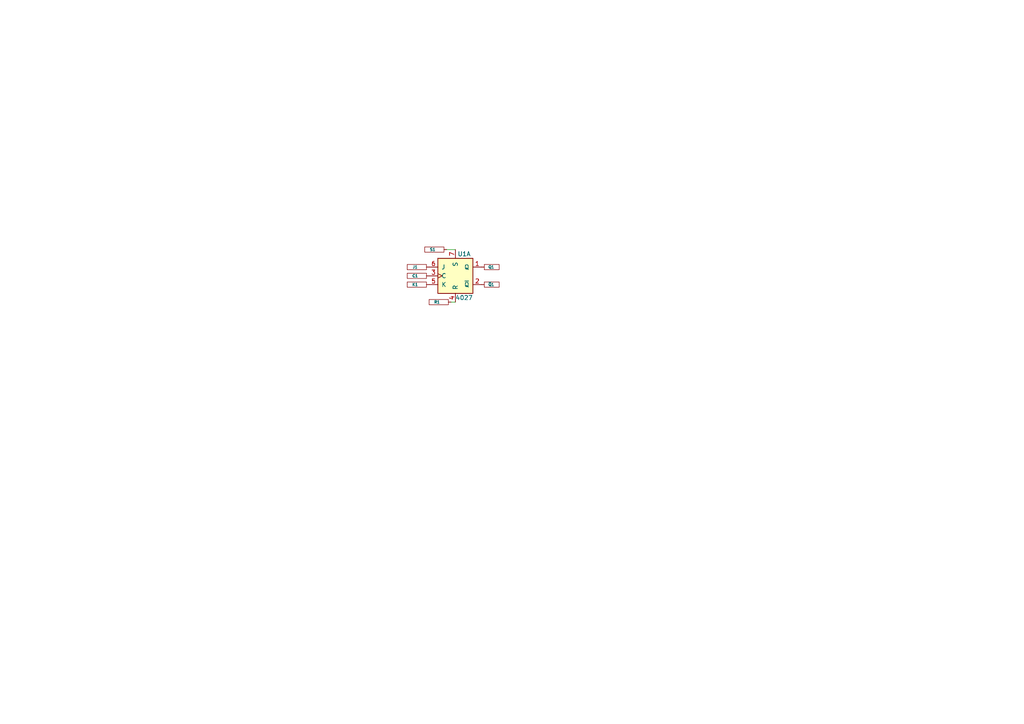
<source format=kicad_sch>
(kicad_sch (version 20230121) (generator eeschema)
  (paper "A4")
  (lib_symbols
    (symbol "4xxx:4027" (pin_names (offset 1.016))
      (property "Reference" "U" (at -7.62 8.89 0))
      (property "Value" "4027" (at -7.62 -8.89 0))
      (symbol "4027_1_1"
        (rectangle (start -5.08 5.08) (end 5.08 -5.08) (stroke (width 0.254)) (fill (type background)))
        (pin output line (at 7.62 2.54 180) (length 2.54) (name "Q") (number "1"))
        (pin output line (at 7.62 -2.54 180) (length 2.54) (name "~{Q}") (number "2"))
        (pin input clock (at -7.62 0 0) (length 2.54) (name "C") (number "3"))
        (pin input line (at 0 -7.62 90) (length 2.54) (name "R") (number "4"))
        (pin input line (at -7.62 -2.54 0) (length 2.54) (name "K") (number "5"))
        (pin input line (at -7.62 2.54 0) (length 2.54) (name "J") (number "6"))
        (pin input line (at 0 7.62 270) (length 2.54) (name "S") (number "7"))
      )
      (symbol "4027_2_1"
        (rectangle (start -5.08 5.08) (end 5.08 -5.08) (stroke (width 0.254)) (fill (type background)))
        (pin input line (at -7.62 2.54 0) (length 2.54) (name "J") (number "10"))
        (pin input line (at -7.62 -2.54 0) (length 2.54) (name "K") (number "11"))
        (pin input line (at 0 -7.62 90) (length 2.54) (name "R") (number "12"))
        (pin input clock (at -7.62 0 0) (length 2.54) (name "C") (number "13"))
        (pin output line (at 7.62 -2.54 180) (length 2.54) (name "~{Q}") (number "14"))
        (pin output line (at 7.62 2.54 180) (length 2.54) (name "Q") (number "15"))
        (pin input line (at 0 7.62 270) (length 2.54) (name "S") (number "9"))
      )
      (symbol "4027_3_0"
        (pin power_in line (at 0 10.16 270) (length 2.54) (name "VDD") (number "16"))
        (pin power_in line (at 0 -10.16 90) (length 2.54) (name "VSS") (number "8"))
      )
      (symbol "4027_3_1"
        (rectangle (start -5.08 7.62) (end 5.08 -7.62) (stroke (width 0.254)) (fill (type background)))
      )
    )
    (symbol "Tests:InPin" (pin_numbers hide) (pin_names hide)
      (property "Reference" "InPin" (at 2.794 0 0))
      (symbol "InPin_0_1"
        (rectangle (start 0.762 0.762) (end 5.08 -0.762))
      )
      (symbol "InPin_1_1"
        (pin input line (at 0 0 0) (length 0.75) (name "In") (number "1"))
      )
    )
    (symbol "Tests:OutPin" (pin_numbers hide) (pin_names hide)
      (property "Reference" "OutPin" (at -4.064 0 0))
      (symbol "OutPin_0_1"
        (rectangle (start -6.35 0.762) (end -0.762 -0.762))
      )
      (symbol "OutPin_1_1"
        (pin output line (at 0 0 180) (length 0.75) (name "Out") (number "1"))
      )
    )
  )
  (wire (pts (xy 130.81 87.63) (xy 132.08 87.63)))
  (wire (pts (xy 129.54 72.39) (xy 132.08 72.39)))
  (symbol (lib_id "Tests:OutPin") (at 130.81 87.63 0) (unit 1)
    (property "Reference" "R1" (at 126.746 87.63 0) (effects (font (size 0.8 0.8))))
    (property "Value" "OutPin" (effects hide))
  )
  (symbol (lib_id "Tests:OutPin") (at 129.54 72.39 0) (unit 1)
    (property "Reference" "S1" (at 125.476 72.39 0) (effects (font (size 0.8 0.8))))
    (property "Value" "OutPin" (effects hide))
  )
  (symbol (lib_id "Tests:InPin") (at 139.7 77.47 0) (unit 1)
    (property "Reference" "Q1" (at 142.494 77.47 0) (effects (font (size 0.8 0.8))))
    (property "Value" "InPin" (effects hide))
  )
  (symbol (lib_id "Tests:OutPin") (at 124.46 82.55 0) (unit 1)
    (property "Reference" "K1" (at 120.396 82.55 0) (effects (font (size 0.8 0.8))))
    (property "Value" "OutPin" (effects hide))
  )
  (symbol (lib_id "Tests:InPin") (at 139.7 82.55 0) (unit 1)
    (property "Reference" "~{Q}1" (at 142.494 82.55 0) (effects (font (size 0.8 0.8))))
    (property "Value" "InPin" (effects hide))
  )
  (symbol (lib_id "Tests:OutPin") (at 124.46 80.01 0) (unit 1)
    (property "Reference" "C1" (at 120.396 80.01 0) (effects (font (size 0.8 0.8))))
    (property "Value" "OutPin" (effects hide))
  )
  (symbol (lib_id "Tests:OutPin") (at 124.46 77.47 0) (unit 1)
    (property "Reference" "J1" (at 120.396 77.47 0) (effects (font (size 0.8 0.8))))
    (property "Value" "OutPin" (effects hide))
  )
  (symbol (lib_id "4xxx:4027") (at 132.08 80.01 0) (unit 1)
    (property "Reference" "U1" (at 134.62 73.66 0))
    (property "Value" "4027" (at 134.62 86.36 0))
    (property "Datasheet" "http://www.intersil.com/content/dam/Intersil/documents/cd40/cd4027bms.pdf" (effects hide))
  )
)
</source>
